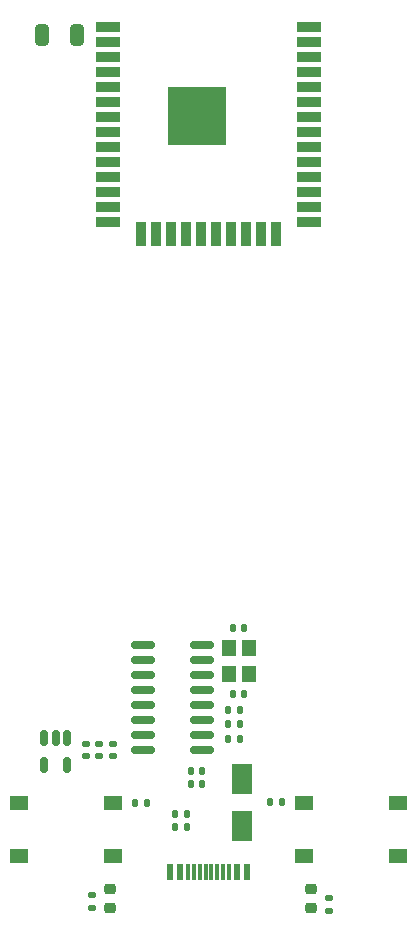
<source format=gbr>
%TF.GenerationSoftware,KiCad,Pcbnew,(6.0.1)*%
%TF.CreationDate,2022-10-31T16:46:04+01:00*%
%TF.ProjectId,ESPRocks,45535052-6f63-46b7-932e-6b696361645f,rev?*%
%TF.SameCoordinates,Original*%
%TF.FileFunction,Paste,Top*%
%TF.FilePolarity,Positive*%
%FSLAX46Y46*%
G04 Gerber Fmt 4.6, Leading zero omitted, Abs format (unit mm)*
G04 Created by KiCad (PCBNEW (6.0.1)) date 2022-10-31 16:46:04*
%MOMM*%
%LPD*%
G01*
G04 APERTURE LIST*
G04 Aperture macros list*
%AMRoundRect*
0 Rectangle with rounded corners*
0 $1 Rounding radius*
0 $2 $3 $4 $5 $6 $7 $8 $9 X,Y pos of 4 corners*
0 Add a 4 corners polygon primitive as box body*
4,1,4,$2,$3,$4,$5,$6,$7,$8,$9,$2,$3,0*
0 Add four circle primitives for the rounded corners*
1,1,$1+$1,$2,$3*
1,1,$1+$1,$4,$5*
1,1,$1+$1,$6,$7*
1,1,$1+$1,$8,$9*
0 Add four rect primitives between the rounded corners*
20,1,$1+$1,$2,$3,$4,$5,0*
20,1,$1+$1,$4,$5,$6,$7,0*
20,1,$1+$1,$6,$7,$8,$9,0*
20,1,$1+$1,$8,$9,$2,$3,0*%
G04 Aperture macros list end*
%ADD10RoundRect,0.135000X-0.135000X-0.185000X0.135000X-0.185000X0.135000X0.185000X-0.135000X0.185000X0*%
%ADD11RoundRect,0.135000X0.135000X0.185000X-0.135000X0.185000X-0.135000X-0.185000X0.135000X-0.185000X0*%
%ADD12R,0.600000X1.450000*%
%ADD13R,0.300000X1.450000*%
%ADD14RoundRect,0.140000X-0.140000X-0.170000X0.140000X-0.170000X0.140000X0.170000X-0.140000X0.170000X0*%
%ADD15RoundRect,0.135000X0.185000X-0.135000X0.185000X0.135000X-0.185000X0.135000X-0.185000X-0.135000X0*%
%ADD16R,1.200000X1.400000*%
%ADD17RoundRect,0.150000X-0.150000X0.512500X-0.150000X-0.512500X0.150000X-0.512500X0.150000X0.512500X0*%
%ADD18R,1.550000X1.300000*%
%ADD19RoundRect,0.218750X0.256250X-0.218750X0.256250X0.218750X-0.256250X0.218750X-0.256250X-0.218750X0*%
%ADD20RoundRect,0.140000X-0.170000X0.140000X-0.170000X-0.140000X0.170000X-0.140000X0.170000X0.140000X0*%
%ADD21RoundRect,0.250000X-0.325000X-0.650000X0.325000X-0.650000X0.325000X0.650000X-0.325000X0.650000X0*%
%ADD22R,2.000000X0.900000*%
%ADD23R,0.900000X2.000000*%
%ADD24R,5.000000X5.000000*%
%ADD25RoundRect,0.140000X0.170000X-0.140000X0.170000X0.140000X-0.170000X0.140000X-0.170000X-0.140000X0*%
%ADD26RoundRect,0.140000X0.140000X0.170000X-0.140000X0.170000X-0.140000X-0.170000X0.140000X-0.170000X0*%
%ADD27RoundRect,0.150000X0.825000X0.150000X-0.825000X0.150000X-0.825000X-0.150000X0.825000X-0.150000X0*%
%ADD28R,1.800000X2.500000*%
G04 APERTURE END LIST*
D10*
%TO.C,R12*%
X124449800Y-122097800D03*
X125469800Y-122097800D03*
%TD*%
D11*
%TO.C,R2*%
X117392600Y-124180600D03*
X116372600Y-124180600D03*
%TD*%
%TO.C,R13*%
X114065200Y-122123200D03*
X113045200Y-122123200D03*
%TD*%
D12*
%TO.C,CN1*%
X115994800Y-127958800D03*
X116794800Y-127958800D03*
D13*
X117994800Y-127958800D03*
X118994800Y-127958800D03*
X119494800Y-127958800D03*
X120494800Y-127958800D03*
D12*
X121694800Y-127958800D03*
X122494800Y-127958800D03*
X122494800Y-127958800D03*
X121694800Y-127958800D03*
D13*
X120994800Y-127958800D03*
X119994800Y-127958800D03*
X118494800Y-127958800D03*
X117494800Y-127958800D03*
D12*
X116794800Y-127958800D03*
X115994800Y-127958800D03*
%TD*%
D14*
%TO.C,C5*%
X121304800Y-107365800D03*
X122264800Y-107365800D03*
%TD*%
D15*
%TO.C,R14*%
X129404800Y-131243800D03*
X129404800Y-130223800D03*
%TD*%
D14*
%TO.C,C7*%
X117748800Y-119430800D03*
X118708800Y-119430800D03*
%TD*%
%TO.C,C8*%
X117748800Y-120573800D03*
X118708800Y-120573800D03*
%TD*%
D16*
%TO.C,Y1*%
X120934800Y-109059800D03*
X120934800Y-111259800D03*
X122634800Y-111259800D03*
X122634800Y-109059800D03*
%TD*%
D11*
%TO.C,R1*%
X117392600Y-123088400D03*
X116372600Y-123088400D03*
%TD*%
D17*
%TO.C,U2*%
X107240800Y-116642300D03*
X106290800Y-116642300D03*
X105340800Y-116642300D03*
X105340800Y-118917300D03*
X107240800Y-118917300D03*
%TD*%
D18*
%TO.C,SW1*%
X127334800Y-126633800D03*
X135284800Y-126633800D03*
X135284800Y-122133800D03*
X127334800Y-122133800D03*
%TD*%
D10*
%TO.C,R11*%
X120891800Y-115493800D03*
X121911800Y-115493800D03*
%TD*%
D19*
%TO.C,LD2*%
X127880800Y-131013300D03*
X127880800Y-129438300D03*
%TD*%
D20*
%TO.C,C2*%
X111116800Y-117172800D03*
X111116800Y-118132800D03*
%TD*%
D21*
%TO.C,C1*%
X105146000Y-57099200D03*
X108096000Y-57099200D03*
%TD*%
D22*
%TO.C,U1*%
X110744800Y-56438800D03*
X110744800Y-57708800D03*
X110744800Y-58978800D03*
X110744800Y-60248800D03*
X110744800Y-61518800D03*
X110744800Y-62788800D03*
X110744800Y-64058800D03*
X110744800Y-65328800D03*
X110744800Y-66598800D03*
X110744800Y-67868800D03*
X110744800Y-69138800D03*
X110744800Y-70408800D03*
X110744800Y-71678800D03*
X110744800Y-72948800D03*
D23*
X113529800Y-73948800D03*
X114799800Y-73948800D03*
X116069800Y-73948800D03*
X117339800Y-73948800D03*
X118609800Y-73948800D03*
X119879800Y-73948800D03*
X121149800Y-73948800D03*
X122419800Y-73948800D03*
X123689800Y-73948800D03*
X124959800Y-73948800D03*
D22*
X127744800Y-72948800D03*
X127744800Y-71678800D03*
X127744800Y-70408800D03*
X127744800Y-69138800D03*
X127744800Y-67868800D03*
X127744800Y-66598800D03*
X127744800Y-65328800D03*
X127744800Y-64058800D03*
X127744800Y-62788800D03*
X127744800Y-61518800D03*
X127744800Y-60248800D03*
X127744800Y-58978800D03*
X127744800Y-57708800D03*
X127744800Y-56438800D03*
D24*
X118244800Y-63938800D03*
%TD*%
D15*
%TO.C,R9*%
X109338800Y-130989800D03*
X109338800Y-129969800D03*
%TD*%
D25*
%TO.C,C3*%
X109973800Y-118132800D03*
X109973800Y-117172800D03*
%TD*%
D18*
%TO.C,SW2*%
X111154800Y-126633800D03*
X103204800Y-126633800D03*
X111154800Y-122133800D03*
X103204800Y-122133800D03*
%TD*%
D25*
%TO.C,C4*%
X108830800Y-118132800D03*
X108830800Y-117172800D03*
%TD*%
D26*
%TO.C,C6*%
X122264800Y-112953800D03*
X121304800Y-112953800D03*
%TD*%
D19*
%TO.C,LD1*%
X110862800Y-131013300D03*
X110862800Y-129438300D03*
%TD*%
D14*
%TO.C,C9*%
X120923800Y-114274600D03*
X121883800Y-114274600D03*
%TD*%
D10*
%TO.C,R10*%
X120891800Y-116763800D03*
X121911800Y-116763800D03*
%TD*%
D27*
%TO.C,U3*%
X118671800Y-117652800D03*
X118671800Y-116382800D03*
X118671800Y-115112800D03*
X118671800Y-113842800D03*
X118671800Y-112572800D03*
X118671800Y-111302800D03*
X118671800Y-110032800D03*
X118671800Y-108762800D03*
X113721800Y-108762800D03*
X113721800Y-110032800D03*
X113721800Y-111302800D03*
X113721800Y-112572800D03*
X113721800Y-113842800D03*
X113721800Y-115112800D03*
X113721800Y-116382800D03*
X113721800Y-117652800D03*
%TD*%
D28*
%TO.C,D1*%
X122038800Y-124097800D03*
X122038800Y-120097800D03*
%TD*%
M02*

</source>
